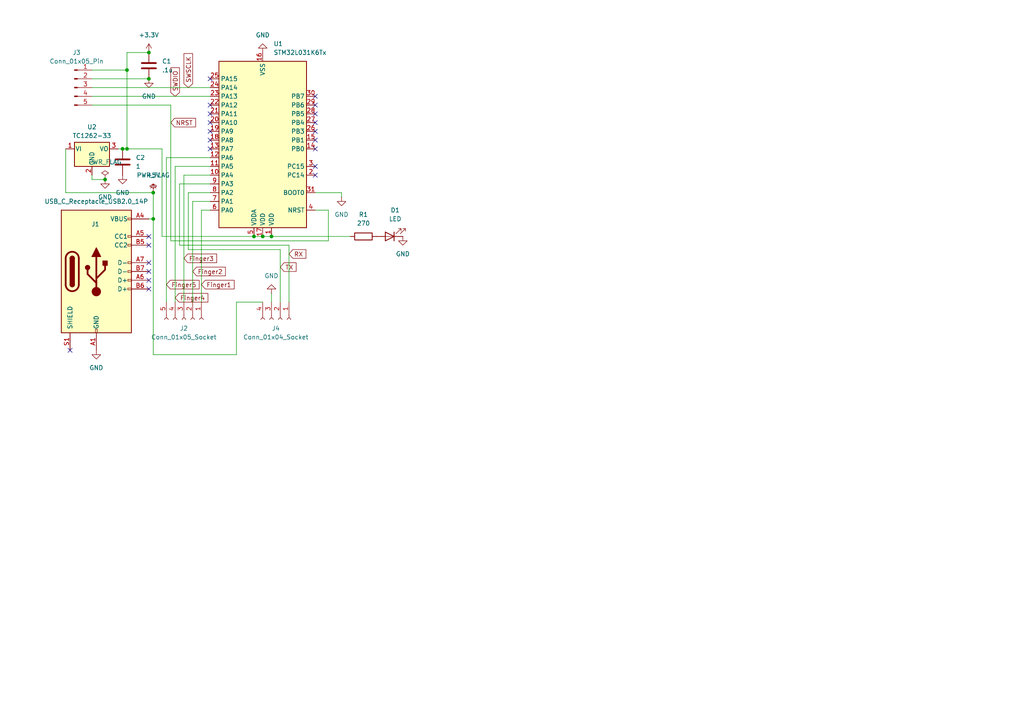
<source format=kicad_sch>
(kicad_sch (version 20250114) (generator "eeschema") (generator_version "9.0")
  (paper "A4")
  (lib_symbols
    (symbol "Connector:Conn_01x04_Socket" (pin_names (offset 1.016) (hide yes))
      (property "Reference" "J" (at 0 5.08 0))
      (property "Value" "Conn_01x04_Socket" (at 0 -7.62 0))
      (symbol "Conn_01x04_Socket_1_1"
        (polyline (pts (xy -1.27 2.54) (xy -0.508 2.54)) (stroke (width 0.1524)))
        (polyline (pts (xy -1.27 0) (xy -0.508 0)) (stroke (width 0.1524)))
        (polyline (pts (xy -1.27 -2.54) (xy -0.508 -2.54)) (stroke (width 0.1524)))
        (polyline (pts (xy -1.27 -5.08) (xy -0.508 -5.08)) (stroke (width 0.1524)))
        (arc (start 0 2.032) (mid -0.5058 2.54) (end 0 3.048) (stroke (width 0.1524)))
        (arc (start 0 -0.508) (mid -0.5058 0) (end 0 0.508) (stroke (width 0.1524)))
        (arc (start 0 -3.048) (mid -0.5058 -2.54) (end 0 -2.032) (stroke (width 0.1524)))
        (arc (start 0 -5.588) (mid -0.5058 -5.08) (end 0 -4.572) (stroke (width 0.1524)))
        (pin passive line (at -5.08 2.54 0) (length 3.81) (name "Pin_1") (number "1"))
        (pin passive line (at -5.08 0 0) (length 3.81) (name "Pin_2") (number "2"))
        (pin passive line (at -5.08 -2.54 0) (length 3.81) (name "Pin_3") (number "3"))
        (pin passive line (at -5.08 -5.08 0) (length 3.81) (name "Pin_4") (number "4"))
      )
    )
    (symbol "Connector:Conn_01x05_Pin" (pin_names (offset 1.016) (hide yes))
      (property "Reference" "J" (at 0 7.62 0))
      (property "Value" "Conn_01x05_Pin" (at 0 -7.62 0))
      (symbol "Conn_01x05_Pin_1_1"
        (rectangle (start 0.8636 5.207) (end 0 4.953) (stroke (width 0.1524)) (fill (type outline)))
        (rectangle (start 0.8636 2.667) (end 0 2.413) (stroke (width 0.1524)) (fill (type outline)))
        (rectangle (start 0.8636 0.127) (end 0 -0.127) (stroke (width 0.1524)) (fill (type outline)))
        (rectangle (start 0.8636 -2.413) (end 0 -2.667) (stroke (width 0.1524)) (fill (type outline)))
        (rectangle (start 0.8636 -4.953) (end 0 -5.207) (stroke (width 0.1524)) (fill (type outline)))
        (polyline (pts (xy 1.27 5.08) (xy 0.8636 5.08)) (stroke (width 0.1524)))
        (polyline (pts (xy 1.27 2.54) (xy 0.8636 2.54)) (stroke (width 0.1524)))
        (polyline (pts (xy 1.27 0) (xy 0.8636 0)) (stroke (width 0.1524)))
        (polyline (pts (xy 1.27 -2.54) (xy 0.8636 -2.54)) (stroke (width 0.1524)))
        (polyline (pts (xy 1.27 -5.08) (xy 0.8636 -5.08)) (stroke (width 0.1524)))
        (pin passive line (at 5.08 5.08 180) (length 3.81) (name "Pin_1") (number "1"))
        (pin passive line (at 5.08 2.54 180) (length 3.81) (name "Pin_2") (number "2"))
        (pin passive line (at 5.08 0 180) (length 3.81) (name "Pin_3") (number "3"))
        (pin passive line (at 5.08 -2.54 180) (length 3.81) (name "Pin_4") (number "4"))
        (pin passive line (at 5.08 -5.08 180) (length 3.81) (name "Pin_5") (number "5"))
      )
    )
    (symbol "Connector:Conn_01x05_Socket" (pin_names (offset 1.016) (hide yes))
      (property "Reference" "J" (at 0 7.62 0))
      (property "Value" "Conn_01x05_Socket" (at 0 -7.62 0))
      (symbol "Conn_01x05_Socket_1_1"
        (polyline (pts (xy -1.27 5.08) (xy -0.508 5.08)) (stroke (width 0.1524)))
        (polyline (pts (xy -1.27 2.54) (xy -0.508 2.54)) (stroke (width 0.1524)))
        (polyline (pts (xy -1.27 0) (xy -0.508 0)) (stroke (width 0.1524)))
        (polyline (pts (xy -1.27 -2.54) (xy -0.508 -2.54)) (stroke (width 0.1524)))
        (polyline (pts (xy -1.27 -5.08) (xy -0.508 -5.08)) (stroke (width 0.1524)))
        (arc (start 0 4.572) (mid -0.5058 5.08) (end 0 5.588) (stroke (width 0.1524)))
        (arc (start 0 2.032) (mid -0.5058 2.54) (end 0 3.048) (stroke (width 0.1524)))
        (arc (start 0 -0.508) (mid -0.5058 0) (end 0 0.508) (stroke (width 0.1524)))
        (arc (start 0 -3.048) (mid -0.5058 -2.54) (end 0 -2.032) (stroke (width 0.1524)))
        (arc (start 0 -5.588) (mid -0.5058 -5.08) (end 0 -4.572) (stroke (width 0.1524)))
        (pin passive line (at -5.08 5.08 0) (length 3.81) (name "Pin_1") (number "1"))
        (pin passive line (at -5.08 2.54 0) (length 3.81) (name "Pin_2") (number "2"))
        (pin passive line (at -5.08 0 0) (length 3.81) (name "Pin_3") (number "3"))
        (pin passive line (at -5.08 -2.54 0) (length 3.81) (name "Pin_4") (number "4"))
        (pin passive line (at -5.08 -5.08 0) (length 3.81) (name "Pin_5") (number "5"))
      )
    )
    (symbol "Connector:USB_C_Receptacle_USB2.0_14P" (pin_names (offset 1.016))
      (property "Reference" "J" (at 0 22.225 0))
      (property "Value" "USB_C_Receptacle_USB2.0_14P" (at 0 19.685 0))
      (symbol "USB_C_Receptacle_USB2.0_14P_0_0"
        (rectangle (start -0.254 -17.78) (end 0.254 -16.764))
        (rectangle (start 10.16 15.494) (end 9.144 14.986))
        (rectangle (start 10.16 10.414) (end 9.144 9.906))
        (rectangle (start 10.16 7.874) (end 9.144 7.366))
        (rectangle (start 10.16 2.794) (end 9.144 2.286))
        (rectangle (start 10.16 0.254) (end 9.144 -0.254))
        (rectangle (start 10.16 -2.286) (end 9.144 -2.794))
        (rectangle (start 10.16 -4.826) (end 9.144 -5.334))
      )
      (symbol "USB_C_Receptacle_USB2.0_14P_0_1"
        (rectangle (start -10.16 17.78) (end 10.16 -17.78) (stroke (width 0.254)) (fill (type background)))
        (polyline (pts (xy -8.89 -3.81) (xy -8.89 3.81)) (stroke (width 0.508)))
        (rectangle (start -7.62 -3.81) (end -6.35 3.81) (stroke (width 0.254)) (fill (type outline)))
        (arc (start -7.62 3.81) (mid -6.985 4.4423) (end -6.35 3.81) (stroke (width 0.254)))
        (arc (start -7.62 3.81) (mid -6.985 4.4423) (end -6.35 3.81) (stroke (width 0.254)) (fill (type outline)))
        (arc (start -8.89 3.81) (mid -6.985 5.7067) (end -5.08 3.81) (stroke (width 0.508)))
        (arc (start -5.08 -3.81) (mid -6.985 -5.7067) (end -8.89 -3.81) (stroke (width 0.508)))
        (arc (start -6.35 -3.81) (mid -6.985 -4.4423) (end -7.62 -3.81) (stroke (width 0.254)))
        (arc (start -6.35 -3.81) (mid -6.985 -4.4423) (end -7.62 -3.81) (stroke (width 0.254)) (fill (type outline)))
        (polyline (pts (xy -5.08 3.81) (xy -5.08 -3.81)) (stroke (width 0.508)))
        (circle (center -2.54 1.143) (radius 0.635) (stroke (width 0.254)) (fill (type outline)))
        (polyline (pts (xy -1.27 4.318) (xy 0 6.858) (xy 1.27 4.318) (xy -1.27 4.318)) (stroke (width 0.254)) (fill (type outline)))
        (polyline (pts (xy 0 -2.032) (xy 2.54 0.508) (xy 2.54 1.778)) (stroke (width 0.508)))
        (polyline (pts (xy 0 -3.302) (xy -2.54 -0.762) (xy -2.54 0.508)) (stroke (width 0.508)))
        (polyline (pts (xy 0 -5.842) (xy 0 4.318)) (stroke (width 0.508)))
        (circle (center 0 -5.842) (radius 1.27) (fill (type outline)))
        (rectangle (start 1.905 1.778) (end 3.175 3.048) (stroke (width 0.254)) (fill (type outline)))
      )
      (symbol "USB_C_Receptacle_USB2.0_14P_1_1"
        (pin passive line (at -7.62 -22.86 90) (length 5.08) (name "SHIELD") (number "S1"))
        (pin passive line (at 0 -22.86 90) (length 5.08) (name "GND") (number "A1"))
        (pin passive line (at 0 -22.86 90) (length 5.08) (hide yes) (name "GND") (number "A12"))
        (pin passive line (at 0 -22.86 90) (length 5.08) (hide yes) (name "GND") (number "B1"))
        (pin passive line (at 0 -22.86 90) (length 5.08) (hide yes) (name "GND") (number "B12"))
        (pin passive line (at 15.24 15.24 180) (length 5.08) (name "VBUS") (number "A4"))
        (pin passive line (at 15.24 15.24 180) (length 5.08) (hide yes) (name "VBUS") (number "A9"))
        (pin passive line (at 15.24 15.24 180) (length 5.08) (hide yes) (name "VBUS") (number "B4"))
        (pin passive line (at 15.24 15.24 180) (length 5.08) (hide yes) (name "VBUS") (number "B9"))
        (pin bidirectional line (at 15.24 10.16 180) (length 5.08) (name "CC1") (number "A5"))
        (pin bidirectional line (at 15.24 7.62 180) (length 5.08) (name "CC2") (number "B5"))
        (pin bidirectional line (at 15.24 2.54 180) (length 5.08) (name "D-") (number "A7"))
        (pin bidirectional line (at 15.24 0 180) (length 5.08) (name "D-") (number "B7"))
        (pin bidirectional line (at 15.24 -2.54 180) (length 5.08) (name "D+") (number "A6"))
        (pin bidirectional line (at 15.24 -5.08 180) (length 5.08) (name "D+") (number "B6"))
      )
    )
    (symbol "Device:C" (pin_numbers (hide yes)) (pin_names (offset 0.254))
      (property "Reference" "C" (at 0.635 2.54 0))
      (property "Value" "C" (at 0.635 -2.54 0))
      (symbol "C_0_1"
        (polyline (pts (xy -2.032 0.762) (xy 2.032 0.762)) (stroke (width 0.508)))
        (polyline (pts (xy -2.032 -0.762) (xy 2.032 -0.762)) (stroke (width 0.508)))
      )
      (symbol "C_1_1"
        (pin passive line (at 0 3.81 270) (length 2.794) (name "~") (number "1"))
        (pin passive line (at 0 -3.81 90) (length 2.794) (name "~") (number "2"))
      )
    )
    (symbol "Device:LED" (pin_numbers (hide yes)) (pin_names (offset 1.016) (hide yes))
      (property "Reference" "D" (at 0 2.54 0))
      (property "Value" "LED" (at 0 -2.54 0))
      (symbol "LED_0_1"
        (polyline (pts (xy -3.048 -0.762) (xy -4.572 -2.286) (xy -3.81 -2.286) (xy -4.572 -2.286) (xy -4.572 -1.524)))
        (polyline (pts (xy -1.778 -0.762) (xy -3.302 -2.286) (xy -2.54 -2.286) (xy -3.302 -2.286) (xy -3.302 -1.524)))
        (polyline (pts (xy -1.27 0) (xy 1.27 0)))
        (polyline (pts (xy -1.27 -1.27) (xy -1.27 1.27)) (stroke (width 0.254)))
        (polyline (pts (xy 1.27 -1.27) (xy 1.27 1.27) (xy -1.27 0) (xy 1.27 -1.27)) (stroke (width 0.254)))
      )
      (symbol "LED_1_1"
        (pin passive line (at -3.81 0 0) (length 2.54) (name "K") (number "1"))
        (pin passive line (at 3.81 0 180) (length 2.54) (name "A") (number "2"))
      )
    )
    (symbol "Device:R" (pin_numbers (hide yes)) (pin_names (offset 0))
      (property "Reference" "R" (at 2.032 0 90))
      (property "Value" "R" (at 0 0 90))
      (symbol "R_0_1"
        (rectangle (start -1.016 -2.54) (end 1.016 2.54) (stroke (width 0.254)))
      )
      (symbol "R_1_1"
        (pin passive line (at 0 3.81 270) (length 1.27) (name "~") (number "1"))
        (pin passive line (at 0 -3.81 90) (length 1.27) (name "~") (number "2"))
      )
    )
    (symbol "MCU_ST_STM32L0:STM32L031K6Tx"
      (property "Reference" "U" (at -12.7 26.67 0))
      (property "Value" "STM32L031K6Tx" (at 5.08 26.67 0))
      (symbol "STM32L031K6Tx_0_1"
        (rectangle (start -12.7 -22.86) (end 12.7 25.4) (stroke (width 0.254)) (fill (type background)))
      )
      (symbol "STM32L031K6Tx_1_1"
        (pin input line (at -15.24 20.32 0) (length 2.54) (name "NRST") (number "4"))
        (pin input line (at -15.24 15.24 0) (length 2.54) (name "BOOT0") (number "31"))
        (pin bidirectional line (at -15.24 10.16 0) (length 2.54) (name "PC14") (number "2"))
        (pin bidirectional line (at -15.24 7.62 0) (length 2.54) (name "PC15") (number "3"))
        (pin bidirectional line (at -15.24 2.54 0) (length 2.54) (name "PB0") (number "14"))
        (pin bidirectional line (at -15.24 0 0) (length 2.54) (name "PB1") (number "15"))
        (pin bidirectional line (at -15.24 -2.54 0) (length 2.54) (name "PB3") (number "26"))
        (pin bidirectional line (at -15.24 -5.08 0) (length 2.54) (name "PB4") (number "27"))
        (pin bidirectional line (at -15.24 -7.62 0) (length 2.54) (name "PB5") (number "28"))
        (pin bidirectional line (at -15.24 -10.16 0) (length 2.54) (name "PB6") (number "29"))
        (pin bidirectional line (at -15.24 -12.7 0) (length 2.54) (name "PB7") (number "30"))
        (pin power_in line (at -2.54 27.94 270) (length 2.54) (name "VDD") (number "1"))
        (pin power_in line (at 0 27.94 270) (length 2.54) (name "VDD") (number "17"))
        (pin power_in line (at 0 -25.4 90) (length 2.54) (name "VSS") (number "16"))
        (pin passive line (at 0 -25.4 90) (length 2.54) (hide yes) (name "VSS") (number "32"))
        (pin power_in line (at 2.54 27.94 270) (length 2.54) (name "VDDA") (number "5"))
        (pin bidirectional line (at 15.24 20.32 180) (length 2.54) (name "PA0") (number "6"))
        (pin bidirectional line (at 15.24 17.78 180) (length 2.54) (name "PA1") (number "7"))
        (pin bidirectional line (at 15.24 15.24 180) (length 2.54) (name "PA2") (number "8"))
        (pin bidirectional line (at 15.24 12.7 180) (length 2.54) (name "PA3") (number "9"))
        (pin bidirectional line (at 15.24 10.16 180) (length 2.54) (name "PA4") (number "10"))
        (pin bidirectional line (at 15.24 7.62 180) (length 2.54) (name "PA5") (number "11"))
        (pin bidirectional line (at 15.24 5.08 180) (length 2.54) (name "PA6") (number "12"))
        (pin bidirectional line (at 15.24 2.54 180) (length 2.54) (name "PA7") (number "13"))
        (pin bidirectional line (at 15.24 0 180) (length 2.54) (name "PA8") (number "18"))
        (pin bidirectional line (at 15.24 -2.54 180) (length 2.54) (name "PA9") (number "19"))
        (pin bidirectional line (at 15.24 -5.08 180) (length 2.54) (name "PA10") (number "20"))
        (pin bidirectional line (at 15.24 -7.62 180) (length 2.54) (name "PA11") (number "21"))
        (pin bidirectional line (at 15.24 -10.16 180) (length 2.54) (name "PA12") (number "22"))
        (pin bidirectional line (at 15.24 -12.7 180) (length 2.54) (name "PA13") (number "23"))
        (pin bidirectional line (at 15.24 -15.24 180) (length 2.54) (name "PA14") (number "24"))
        (pin bidirectional line (at 15.24 -17.78 180) (length 2.54) (name "PA15") (number "25"))
      )
    )
    (symbol "Regulator_Linear:TC1262-33" (pin_names (offset 0.254))
      (property "Reference" "U" (at -3.81 3.175 0))
      (property "Value" "TC1262-33" (at 0 3.175 0))
      (symbol "TC1262-33_1_1"
        (rectangle (start -5.08 1.905) (end 5.08 -5.08) (stroke (width 0.254)) (fill (type background)))
        (pin power_in line (at -7.62 0 0) (length 2.54) (name "VI") (number "1"))
        (pin power_in line (at 0 -7.62 90) (length 2.54) (name "GND") (number "2"))
        (pin power_out line (at 7.62 0 180) (length 2.54) (name "VO") (number "3"))
      )
    )
    (symbol "power:+3.3V" (power) (pin_numbers (hide yes)) (pin_names (offset 0) (hide yes))
      (property "Value" "+3.3V" (at 0 3.556 0))
      (symbol "+3.3V_0_1"
        (polyline (pts (xy -0.762 1.27) (xy 0 2.54)))
        (polyline (pts (xy 0 2.54) (xy 0.762 1.27)))
        (polyline (pts (xy 0 0) (xy 0 2.54)))
      )
      (symbol "+3.3V_1_1"
        (pin power_in line (at 0 0 90) (length 0) (name "~") (number "1"))
      )
    )
    (symbol "power:+5V" (power) (pin_numbers (hide yes)) (pin_names (offset 0) (hide yes))
      (property "Value" "+5V" (at 0 3.556 0))
      (symbol "+5V_0_1"
        (polyline (pts (xy -0.762 1.27) (xy 0 2.54)))
        (polyline (pts (xy 0 2.54) (xy 0.762 1.27)))
        (polyline (pts (xy 0 0) (xy 0 2.54)))
      )
      (symbol "+5V_1_1"
        (pin power_in line (at 0 0 90) (length 0) (name "~") (number "1"))
      )
    )
    (symbol "power:GND" (power) (pin_numbers (hide yes)) (pin_names (offset 0) (hide yes))
      (property "Value" "GND" (at 0 -3.81 0))
      (symbol "GND_0_1"
        (polyline (pts (xy 0 0) (xy 0 -1.27) (xy 1.27 -1.27) (xy 0 -2.54) (xy -1.27 -1.27) (xy 0 -1.27)))
      )
      (symbol "GND_1_1"
        (pin power_in line (at 0 0 270) (length 0) (name "~") (number "1"))
      )
    )
    (symbol "power:PWR_FLAG" (power) (pin_numbers (hide yes)) (pin_names (offset 0) (hide yes))
      (property "Value" "PWR_FLAG" (at 0 3.81 0))
      (symbol "PWR_FLAG_0_0"
        (pin power_out line (at 0 0 90) (length 0) (name "~") (number "1"))
      )
      (symbol "PWR_FLAG_0_1"
        (polyline (pts (xy 0 0) (xy 0 1.27) (xy -1.016 1.905) (xy 0 2.54) (xy 1.016 1.905) (xy 0 1.27)))
      )
    )
  )
  (junction (at 36.83 20.32))
  (junction (at 43.18 15.24))
  (junction (at 76.2 68.58))
  (junction (at 30.48 52.07))
  (junction (at 73.66 68.58))
  (junction (at 43.18 22.86))
  (junction (at 78.74 68.58))
  (junction (at 35.56 43.18))
  (junction (at 36.83 43.18))
  (junction (at 44.45 55.88))
  (junction (at 44.45 63.5))
  (no_connect (at 91.44 43.18))
  (no_connect (at 60.96 35.56))
  (no_connect (at 43.18 68.58))
  (no_connect (at 91.44 40.64))
  (no_connect (at 43.18 81.28))
  (no_connect (at 60.96 43.18))
  (no_connect (at 43.18 83.82))
  (no_connect (at 91.44 35.56))
  (no_connect (at 91.44 27.94))
  (no_connect (at 60.96 22.86))
  (no_connect (at 43.18 76.2))
  (no_connect (at 91.44 30.48))
  (no_connect (at 60.96 30.48))
  (no_connect (at 91.44 50.8))
  (no_connect (at 20.32 101.6))
  (no_connect (at 91.44 38.1))
  (no_connect (at 60.96 33.02))
  (no_connect (at 43.18 71.12))
  (no_connect (at 91.44 48.26))
  (no_connect (at 43.18 78.74))
  (no_connect (at 60.96 38.1))
  (no_connect (at 60.96 40.64))
  (no_connect (at 91.44 33.02))
  (wire (pts (xy 19.05 55.88) (xy 19.05 43.18)))
  (wire (pts (xy 34.29 43.18) (xy 35.56 43.18)))
  (wire (pts (xy 46.99 43.18) (xy 36.83 43.18)))
  (wire (pts (xy 26.67 27.94) (xy 60.96 27.94)))
  (wire (pts (xy 78.74 85.09) (xy 78.74 87.63)))
  (wire (pts (xy 55.88 58.42) (xy 60.96 58.42)))
  (wire (pts (xy 54.61 55.88) (xy 60.96 55.88)))
  (wire (pts (xy 44.45 102.87) (xy 44.45 63.5)))
  (wire (pts (xy 54.61 72.39) (xy 54.61 55.88)))
  (wire (pts (xy 26.67 52.07) (xy 30.48 52.07)))
  (wire (pts (xy 46.99 68.58) (xy 46.99 43.18)))
  (wire (pts (xy 58.42 87.63) (xy 58.42 60.96)))
  (wire (pts (xy 53.34 87.63) (xy 53.34 50.8)))
  (wire (pts (xy 26.67 25.4) (xy 60.96 25.4)))
  (wire (pts (xy 50.8 87.63) (xy 50.8 48.26)))
  (wire (pts (xy 44.45 55.88) (xy 19.05 55.88)))
  (wire (pts (xy 36.83 15.24) (xy 36.83 20.32)))
  (wire (pts (xy 50.8 48.26) (xy 60.96 48.26)))
  (wire (pts (xy 52.07 71.12) (xy 52.07 53.34)))
  (wire (pts (xy 73.66 68.58) (xy 76.2 68.58)))
  (wire (pts (xy 99.06 55.88) (xy 99.06 57.15)))
  (wire (pts (xy 91.44 60.96) (xy 95.25 60.96)))
  (wire (pts (xy 49.53 69.85) (xy 95.25 69.85)))
  (wire (pts (xy 48.26 45.72) (xy 60.96 45.72)))
  (wire (pts (xy 36.83 15.24) (xy 43.18 15.24)))
  (wire (pts (xy 58.42 60.96) (xy 60.96 60.96)))
  (wire (pts (xy 53.34 50.8) (xy 60.96 50.8)))
  (wire (pts (xy 81.28 72.39) (xy 54.61 72.39)))
  (wire (pts (xy 73.66 68.58) (xy 46.99 68.58)))
  (wire (pts (xy 26.67 30.48) (xy 49.53 30.48)))
  (wire (pts (xy 83.82 71.12) (xy 52.07 71.12)))
  (wire (pts (xy 26.67 20.32) (xy 36.83 20.32)))
  (wire (pts (xy 48.26 45.72) (xy 48.26 87.63)))
  (wire (pts (xy 81.28 87.63) (xy 81.28 72.39)))
  (wire (pts (xy 44.45 63.5) (xy 44.45 55.88)))
  (wire (pts (xy 68.58 102.87) (xy 44.45 102.87)))
  (wire (pts (xy 35.56 43.18) (xy 36.83 43.18)))
  (wire (pts (xy 95.25 60.96) (xy 95.25 69.85)))
  (wire (pts (xy 83.82 87.63) (xy 83.82 71.12)))
  (wire (pts (xy 43.18 63.5) (xy 44.45 63.5)))
  (wire (pts (xy 76.2 68.58) (xy 78.74 68.58)))
  (wire (pts (xy 91.44 55.88) (xy 99.06 55.88)))
  (wire (pts (xy 68.58 87.63) (xy 68.58 102.87)))
  (wire (pts (xy 76.2 87.63) (xy 68.58 87.63)))
  (wire (pts (xy 26.67 22.86) (xy 43.18 22.86)))
  (wire (pts (xy 26.67 50.8) (xy 26.67 52.07)))
  (wire (pts (xy 78.74 68.58) (xy 101.6 68.58)))
  (wire (pts (xy 55.88 87.63) (xy 55.88 58.42)))
  (wire (pts (xy 36.83 43.18) (xy 36.83 20.32)))
  (wire (pts (xy 49.53 30.48) (xy 49.53 69.85)))
  (wire (pts (xy 52.07 53.34) (xy 60.96 53.34)))
  (global_label "Finger2" (shape input) (at 55.88 78.74 0) (property "Intersheetrefs" "${INTERSHEET_REFS}" (effects (hide yes))))
  (global_label "Finger3" (shape input) (at 53.34 74.93 0) (property "Intersheetrefs" "${INTERSHEET_REFS}" (effects (hide yes))))
  (global_label "Finger1" (shape input) (at 58.42 82.55 0) (property "Intersheetrefs" "${INTERSHEET_REFS}" (effects (hide yes))))
  (global_label "Finger5" (shape input) (at 48.26 82.55 0) (property "Intersheetrefs" "${INTERSHEET_REFS}" (effects (hide yes))))
  (global_label "TX" (shape input) (at 81.28 77.47 0) (property "Intersheetrefs" "${INTERSHEET_REFS}" (effects (hide yes))))
  (global_label "SWSCLK" (shape input) (at 54.61 25.4 90) (property "Intersheetrefs" "${INTERSHEET_REFS}" (effects (hide yes))))
  (global_label "Finger4" (shape input) (at 50.8 86.36 0) (property "Intersheetrefs" "${INTERSHEET_REFS}" (effects (hide yes))))
  (global_label "RX" (shape input) (at 83.82 73.66 0) (property "Intersheetrefs" "${INTERSHEET_REFS}" (effects (hide yes))))
  (global_label "NRST" (shape input) (at 49.53 35.56 0) (property "Intersheetrefs" "${INTERSHEET_REFS}" (effects (hide yes))))
  (global_label "SWDIO" (shape input) (at 50.8 27.94 90) (property "Intersheetrefs" "${INTERSHEET_REFS}" (effects (hide yes))))
  (symbol (lib_id "power:GND") (at 78.74 85.09 180) (unit 1)
    (property "Reference" "#PWR09" (effects (hide yes)))
    (property "Value" "GND" (at 78.74 80.01 0))
    (property "Description" "Power symbol creates a global label with name \"GND\" , ground" (effects (hide yes)))
  )
  (symbol (lib_id "Connector:USB_C_Receptacle_USB2.0_14P") (at 27.94 78.74 0) (unit 1)
    (property "Reference" "J1" (at 27.686 65.024 0))
    (property "Value" "USB_C_Receptacle_USB2.0_14P" (at 27.94 58.42 0))
    (property "Footprint" "Connector_USB:USB_C_Receptacle_GCT_USB4085" (effects (hide yes)))
    (property "Datasheet" "https://www.usb.org/sites/default/files/documents/usb_type-c.zip" (effects (hide yes)))
    (property "Description" "USB 2.0-only 14P Type-C Receptacle connector" (effects (hide yes)))
  )
  (symbol (lib_id "power:+5V") (at 44.45 55.88 0) (unit 1)
    (property "Reference" "#PWR08" (effects (hide yes)))
    (property "Value" "+5V" (at 44.45 50.8 0))
    (property "Description" "Power symbol creates a global label with name \"+5V\"" (effects (hide yes)))
  )
  (symbol (lib_id "Device:C") (at 43.18 19.05 0) (unit 1)
    (property "Reference" "C1" (at 46.99 17.7799 0) (effects (justify left)))
    (property "Value" ".1u" (at 46.99 20.3199 0) (effects (justify left)))
    (property "Footprint" "Capacitor_SMD:C_0504_1310Metric_Pad0.83x1.28mm_HandSolder" (effects (hide yes)))
    (property "Description" "Unpolarized capacitor" (effects (hide yes)))
  )
  (symbol (lib_id "power:GND") (at 99.06 57.15 0) (unit 1)
    (property "Reference" "#PWR07" (effects (hide yes)))
    (property "Value" "GND" (at 99.06 62.23 0))
    (property "Description" "Power symbol creates a global label with name \"GND\" , ground" (effects (hide yes)))
  )
  (symbol (lib_id "power:GND") (at 30.48 52.07 0) (unit 1)
    (property "Reference" "#PWR02" (effects (hide yes)))
    (property "Value" "GND" (at 30.48 57.15 0))
    (property "Description" "Power symbol creates a global label with name \"GND\" , ground" (effects (hide yes)))
  )
  (symbol (lib_id "power:PWR_FLAG") (at 30.48 52.07 0) (unit 1)
    (property "Reference" "#FLG02" (effects (hide yes)))
    (property "Value" "PWR_FLAG" (at 30.48 46.99 0))
    (property "Description" "Special symbol for telling ERC where power comes from" (effects (hide yes)))
  )
  (symbol (lib_id "Device:LED") (at 113.03 68.58 180) (unit 1)
    (property "Reference" "D1" (at 114.6175 60.96 0))
    (property "Value" "LED" (at 114.6175 63.5 0))
    (property "Footprint" "LED_SMD:LED_1206_3216Metric_Pad1.42x1.75mm_HandSolder" (effects (hide yes)))
    (property "Description" "Light emitting diode" (effects (hide yes)))
    (property "Sim.Pins" "1=K 2=A" (effects (hide yes)))
  )
  (symbol (lib_id "Device:C") (at 35.56 46.99 0) (unit 1)
    (property "Reference" "C2" (at 39.37 45.7199 0) (effects (justify left)))
    (property "Value" "1" (at 39.37 48.2599 0) (effects (justify left)))
    (property "Footprint" "Capacitor_SMD:C_0504_1310Metric_Pad0.83x1.28mm_HandSolder" (effects (hide yes)))
    (property "Description" "Unpolarized capacitor" (effects (hide yes)))
  )
  (symbol (lib_id "power:GND") (at 27.94 101.6 0) (unit 1)
    (property "Reference" "#PWR05" (effects (hide yes)))
    (property "Value" "GND" (at 27.94 106.68 0))
    (property "Description" "Power symbol creates a global label with name \"GND\" , ground" (effects (hide yes)))
  )
  (symbol (lib_id "power:PWR_FLAG") (at 44.45 55.88 0) (unit 1)
    (property "Reference" "#FLG01" (effects (hide yes)))
    (property "Value" "PWR_FLAG" (at 44.45 50.8 0))
    (property "Description" "Special symbol for telling ERC where power comes from" (effects (hide yes)))
  )
  (symbol (lib_id "power:GND") (at 116.84 68.58 0) (unit 1)
    (property "Reference" "#PWR011" (effects (hide yes)))
    (property "Value" "GND" (at 116.84 73.66 0))
    (property "Description" "Power symbol creates a global label with name \"GND\" , ground" (effects (hide yes)))
  )
  (symbol (lib_id "power:GND") (at 35.56 50.8 0) (unit 1)
    (property "Reference" "#PWR010" (effects (hide yes)))
    (property "Value" "GND" (at 35.56 55.88 0))
    (property "Description" "Power symbol creates a global label with name \"GND\" , ground" (effects (hide yes)))
  )
  (symbol (lib_id "power:GND") (at 76.2 15.24 180) (unit 1)
    (property "Reference" "#PWR03" (effects (hide yes)))
    (property "Value" "GND" (at 76.2 10.16 0))
    (property "Description" "Power symbol creates a global label with name \"GND\" , ground" (effects (hide yes)))
  )
  (symbol (lib_id "Device:R") (at 105.41 68.58 90) (unit 1)
    (property "Reference" "R1" (at 105.41 62.23 90))
    (property "Value" "270" (at 105.41 64.77 90))
    (property "Footprint" "Resistor_SMD:R_0805_2012Metric_Pad1.20x1.40mm_HandSolder" (effects (hide yes)))
    (property "Description" "Resistor" (effects (hide yes)))
  )
  (symbol (lib_id "power:+3.3V") (at 43.18 15.24 0) (unit 1)
    (property "Reference" "#PWR04" (effects (hide yes)))
    (property "Value" "+3.3V" (at 43.18 10.16 0))
    (property "Description" "Power symbol creates a global label with name \"+3.3V\"" (effects (hide yes)))
  )
  (symbol (lib_id "Connector:Conn_01x05_Socket") (at 53.34 92.71 270) (unit 1)
    (property "Reference" "J2" (at 53.34 95.25 90))
    (property "Value" "Conn_01x05_Socket" (at 53.34 97.79 90))
    (property "Footprint" "Connector_PinHeader_1.00mm:PinHeader_1x05_P1.00mm_Horizontal" (effects (hide yes)))
    (property "Description" "Generic connector, single row, 01x05, script generated" (effects (hide yes)))
  )
  (symbol (lib_id "MCU_ST_STM32L0:STM32L031K6Tx") (at 76.2 40.64 180) (unit 1)
    (property "Reference" "U1" (at 79.3181 12.7 0) (effects (justify right)))
    (property "Value" "STM32L031K6Tx" (at 79.3181 15.24 0) (effects (justify right)))
    (property "Footprint" "Package_QFP:LQFP-32_7x7mm_P0.8mm" (effects (hide yes)))
    (property "Datasheet" "https://www.st.com/resource/en/datasheet/stm32l031k6.pdf" (effects (hide yes)))
    (property "Description" "STMicroelectronics Arm Cortex-M0+ MCU, 32KB flash, 8KB RAM, 32 MHz, 1.65-3.6V, 25 GPIO, LQFP32" (effects (hide yes)))
  )
  (symbol (lib_id "Connector:Conn_01x05_Pin") (at 21.59 25.4 0) (unit 1)
    (property "Reference" "J3" (at 22.225 15.24 0))
    (property "Value" "Conn_01x05_Pin" (at 22.225 17.78 0))
    (property "Footprint" "Connector_PinHeader_1.00mm:PinHeader_1x05_P1.00mm_Vertical" (effects (hide yes)))
    (property "Description" "Generic connector, single row, 01x05, script generated" (effects (hide yes)))
  )
  (symbol (lib_id "Connector:Conn_01x04_Socket") (at 81.28 92.71 270) (unit 1)
    (property "Reference" "J4" (at 80.01 95.25 90))
    (property "Value" "Conn_01x04_Socket" (at 80.01 97.79 90))
    (property "Footprint" "Connector_PinHeader_1.00mm:PinHeader_1x04_P1.00mm_Horizontal" (effects (hide yes)))
    (property "Description" "Generic connector, single row, 01x04, script generated" (effects (hide yes)))
  )
  (symbol (lib_id "Regulator_Linear:TC1262-33") (at 26.67 43.18 0) (unit 1)
    (property "Reference" "U2" (at 26.67 36.83 0))
    (property "Value" "TC1262-33" (at 26.67 39.37 0))
    (property "Footprint" "Package_TO_SOT_SMD:SOT-223-3_TabPin2" (effects (hide yes)))
    (property "Datasheet" "http://ww1.microchip.com/downloads/en/DeviceDoc/21373C.pdf" (effects (hide yes)))
    (property "Description" "500mA Low Dropout CMOS Voltage Regulator, Fixed Output 3.3V, TO-220/SOT-223/TO-263" (effects (hide yes)))
  )
  (symbol (lib_id "power:GND") (at 43.18 22.86 0) (unit 1)
    (property "Reference" "#PWR06" (effects (hide yes)))
    (property "Value" "GND" (at 43.18 27.94 0))
    (property "Description" "Power symbol creates a global label with name \"GND\" , ground" (effects (hide yes)))
  )
)
</source>
